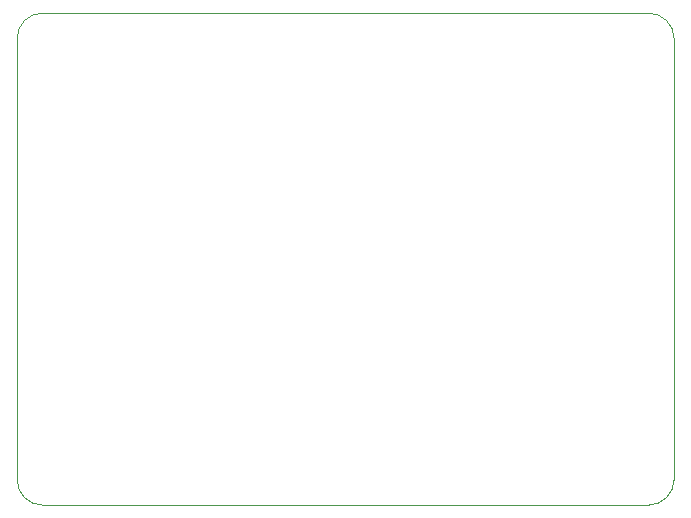
<source format=gbr>
G04 #@! TF.GenerationSoftware,KiCad,Pcbnew,(5.1.0-0)*
G04 #@! TF.CreationDate,2019-03-28T18:25:31-07:00*
G04 #@! TF.ProjectId,unijoysticle,756e696a-6f79-4737-9469-636c652e6b69,v0.0.1*
G04 #@! TF.SameCoordinates,Original*
G04 #@! TF.FileFunction,Profile,NP*
%FSLAX46Y46*%
G04 Gerber Fmt 4.6, Leading zero omitted, Abs format (unit mm)*
G04 Created by KiCad (PCBNEW (5.1.0-0)) date 2019-03-28 18:25:31*
%MOMM*%
%LPD*%
G04 APERTURE LIST*
%ADD10C,0.100000*%
G04 APERTURE END LIST*
D10*
X170434000Y-114427000D02*
G75*
G02X168275000Y-116586000I-2159000J0D01*
G01*
X116967000Y-116586000D02*
G75*
G02X114808000Y-114427000I0J2159000D01*
G01*
X168275000Y-74930000D02*
G75*
G02X170434000Y-77089000I0J-2159000D01*
G01*
X114808000Y-77089000D02*
G75*
G02X116967000Y-74930000I2159000J0D01*
G01*
X116967000Y-116586000D02*
X168275000Y-116586000D01*
X114808000Y-77089000D02*
X114808000Y-114427000D01*
X168275000Y-74930000D02*
X116967000Y-74930000D01*
X170434000Y-77089000D02*
X170434000Y-114427000D01*
M02*

</source>
